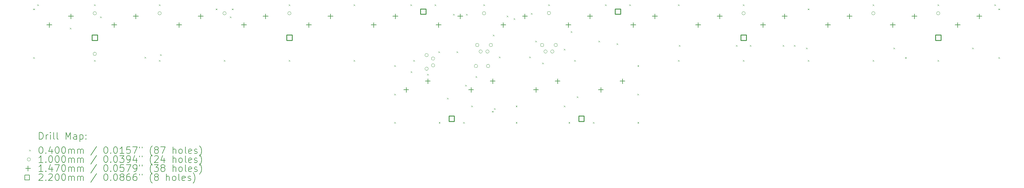
<source format=gbr>
%TF.GenerationSoftware,KiCad,Pcbnew,(6.0.10-0)*%
%TF.CreationDate,2023-02-16T10:13:10+09:00*%
%TF.ProjectId,Sandy_Top,53616e64-795f-4546-9f70-2e6b69636164,v.0*%
%TF.SameCoordinates,Original*%
%TF.FileFunction,Drillmap*%
%TF.FilePolarity,Positive*%
%FSLAX45Y45*%
G04 Gerber Fmt 4.5, Leading zero omitted, Abs format (unit mm)*
G04 Created by KiCad (PCBNEW (6.0.10-0)) date 2023-02-16 10:13:10*
%MOMM*%
%LPD*%
G01*
G04 APERTURE LIST*
%ADD10C,0.200000*%
%ADD11C,0.040000*%
%ADD12C,0.100000*%
%ADD13C,0.147000*%
%ADD14C,0.220000*%
G04 APERTURE END LIST*
D10*
D11*
X1609593Y-1965965D02*
X1649593Y-2005965D01*
X1649593Y-1965965D02*
X1609593Y-2005965D01*
X1609593Y-3394715D02*
X1649593Y-3434715D01*
X1649593Y-3394715D02*
X1609593Y-3434715D01*
X1728656Y-1846903D02*
X1768656Y-1886903D01*
X1768656Y-1846903D02*
X1728656Y-1886903D01*
X2684331Y-2531116D02*
X2724331Y-2571116D01*
X2724331Y-2531116D02*
X2684331Y-2571116D01*
X3395531Y-1846903D02*
X3435531Y-1886903D01*
X3435531Y-1846903D02*
X3395531Y-1886903D01*
X3395531Y-3480440D02*
X3435531Y-3520440D01*
X3435531Y-3480440D02*
X3395531Y-3520440D01*
X3573331Y-2200916D02*
X3613331Y-2240916D01*
X3613331Y-2200916D02*
X3573331Y-2240916D01*
X4875839Y-3385948D02*
X4915839Y-3425948D01*
X4915839Y-3385948D02*
X4875839Y-3425948D01*
X5300531Y-1846903D02*
X5340531Y-1886903D01*
X5340531Y-1846903D02*
X5300531Y-1886903D01*
X5300531Y-3480440D02*
X5340531Y-3520440D01*
X5340531Y-3480440D02*
X5300531Y-3520440D01*
X5332406Y-3307528D02*
X5372406Y-3347528D01*
X5372406Y-3307528D02*
X5332406Y-3347528D01*
X6967406Y-1965965D02*
X7007406Y-2005965D01*
X7007406Y-1965965D02*
X6967406Y-2005965D01*
X7205531Y-3480440D02*
X7245531Y-3520440D01*
X7245531Y-3480440D02*
X7205531Y-3520440D01*
X7383331Y-2200916D02*
X7423331Y-2240916D01*
X7423331Y-2200916D02*
X7383331Y-2240916D01*
X7443656Y-1965965D02*
X7483656Y-2005965D01*
X7483656Y-1965965D02*
X7443656Y-2005965D01*
X9110531Y-1846903D02*
X9150531Y-1886903D01*
X9150531Y-1846903D02*
X9110531Y-1886903D01*
X9110531Y-3480440D02*
X9150531Y-3520440D01*
X9150531Y-3480440D02*
X9110531Y-3520440D01*
X11015531Y-1846903D02*
X11055531Y-1886903D01*
X11055531Y-1846903D02*
X11015531Y-1886903D01*
X11015531Y-3480440D02*
X11055531Y-3520440D01*
X11055531Y-3480440D02*
X11015531Y-3520440D01*
X12206156Y-3632840D02*
X12246156Y-3672840D01*
X12246156Y-3632840D02*
X12206156Y-3672840D01*
X12206156Y-5299716D02*
X12246156Y-5339716D01*
X12246156Y-5299716D02*
X12206156Y-5339716D01*
X12209331Y-4471041D02*
X12249331Y-4511041D01*
X12249331Y-4471041D02*
X12209331Y-4511041D01*
X12682406Y-1846903D02*
X12722406Y-1886903D01*
X12722406Y-1846903D02*
X12682406Y-1886903D01*
X12691931Y-3810640D02*
X12731931Y-3850640D01*
X12731931Y-3810640D02*
X12691931Y-3850640D01*
X12768131Y-3480440D02*
X12808131Y-3520440D01*
X12808131Y-3480440D02*
X12768131Y-3520440D01*
X13174531Y-3886840D02*
X13214531Y-3926840D01*
X13214531Y-3886840D02*
X13174531Y-3926840D01*
X13396781Y-1846903D02*
X13436781Y-1886903D01*
X13436781Y-1846903D02*
X13396781Y-1886903D01*
X13504731Y-3226440D02*
X13544731Y-3266440D01*
X13544731Y-3226440D02*
X13504731Y-3266440D01*
X13515843Y-5299716D02*
X13555843Y-5339716D01*
X13555843Y-5299716D02*
X13515843Y-5339716D01*
X13758731Y-4588516D02*
X13798731Y-4628516D01*
X13798731Y-4588516D02*
X13758731Y-4628516D01*
X13936531Y-2124716D02*
X13976531Y-2164716D01*
X13976531Y-2124716D02*
X13936531Y-2164716D01*
X14038131Y-3226440D02*
X14078131Y-3266440D01*
X14078131Y-3226440D02*
X14038131Y-3266440D01*
X14230218Y-5299716D02*
X14270218Y-5339716D01*
X14270218Y-5299716D02*
X14230218Y-5339716D01*
X14292131Y-4207516D02*
X14332131Y-4247516D01*
X14332131Y-4207516D02*
X14292131Y-4247516D01*
X14317531Y-2124716D02*
X14357531Y-2164716D01*
X14357531Y-2124716D02*
X14317531Y-2164716D01*
X14469931Y-4817116D02*
X14509931Y-4857116D01*
X14509931Y-4817116D02*
X14469931Y-4857116D01*
X14596931Y-3953515D02*
X14636931Y-3993515D01*
X14636931Y-3953515D02*
X14596931Y-3993515D01*
X14825531Y-1846903D02*
X14865531Y-1886903D01*
X14865531Y-1846903D02*
X14825531Y-1886903D01*
X15076356Y-4972691D02*
X15116356Y-5012691D01*
X15116356Y-4972691D02*
X15076356Y-5012691D01*
X15104931Y-2734316D02*
X15144931Y-2774316D01*
X15144931Y-2734316D02*
X15104931Y-2774316D01*
X15139326Y-4893229D02*
X15179326Y-4933229D01*
X15179326Y-4893229D02*
X15139326Y-4933229D01*
X15282731Y-3378840D02*
X15322731Y-3418840D01*
X15322731Y-3378840D02*
X15282731Y-3418840D01*
X15511331Y-2175516D02*
X15551331Y-2215516D01*
X15551331Y-2175516D02*
X15511331Y-2215516D01*
X15714531Y-2251716D02*
X15754531Y-2291716D01*
X15754531Y-2251716D02*
X15714531Y-2291716D01*
X15778031Y-4817116D02*
X15818031Y-4857116D01*
X15818031Y-4817116D02*
X15778031Y-4857116D01*
X15778031Y-5299716D02*
X15818031Y-5339716D01*
X15818031Y-5299716D02*
X15778031Y-5339716D01*
X16171731Y-3378840D02*
X16211731Y-3418840D01*
X16211731Y-3378840D02*
X16171731Y-3418840D01*
X16222531Y-2099316D02*
X16262531Y-2139316D01*
X16262531Y-2099316D02*
X16222531Y-2139316D01*
X16349531Y-2912115D02*
X16389531Y-2952115D01*
X16389531Y-2912115D02*
X16349531Y-2952115D01*
X16552731Y-3556640D02*
X16592731Y-3596640D01*
X16592731Y-3556640D02*
X16552731Y-3596640D01*
X16730531Y-1846903D02*
X16770531Y-1886903D01*
X16770531Y-1846903D02*
X16730531Y-1886903D01*
X17187731Y-3150240D02*
X17227731Y-3190240D01*
X17227731Y-3150240D02*
X17187731Y-3190240D01*
X17187731Y-4817116D02*
X17227731Y-4857116D01*
X17227731Y-4817116D02*
X17187731Y-4857116D01*
X17325844Y-5299716D02*
X17365844Y-5339716D01*
X17365844Y-5299716D02*
X17325844Y-5339716D01*
X17390931Y-2632716D02*
X17430931Y-2672716D01*
X17430931Y-2632716D02*
X17390931Y-2672716D01*
X17492531Y-3480440D02*
X17532531Y-3520440D01*
X17532531Y-3480440D02*
X17492531Y-3520440D01*
X17568731Y-4547241D02*
X17608731Y-4587241D01*
X17608731Y-4547241D02*
X17568731Y-4587241D01*
X18040219Y-5299716D02*
X18080219Y-5339716D01*
X18080219Y-5299716D02*
X18040219Y-5339716D01*
X18203731Y-2912115D02*
X18243731Y-2952115D01*
X18243731Y-2912115D02*
X18203731Y-2952115D01*
X18397406Y-1846903D02*
X18437406Y-1886903D01*
X18437406Y-1846903D02*
X18397406Y-1886903D01*
X18737131Y-2988315D02*
X18777131Y-3028315D01*
X18777131Y-2988315D02*
X18737131Y-3028315D01*
X19111781Y-1846903D02*
X19151781Y-1886903D01*
X19151781Y-1846903D02*
X19111781Y-1886903D01*
X19346731Y-4471041D02*
X19386731Y-4511041D01*
X19386731Y-4471041D02*
X19346731Y-4511041D01*
X19349906Y-3632840D02*
X19389906Y-3672840D01*
X19389906Y-3632840D02*
X19349906Y-3672840D01*
X19349906Y-5299716D02*
X19389906Y-5339716D01*
X19389906Y-5299716D02*
X19349906Y-5339716D01*
X20540531Y-1846903D02*
X20580531Y-1886903D01*
X20580531Y-1846903D02*
X20540531Y-1886903D01*
X20540531Y-3480440D02*
X20580531Y-3520440D01*
X20580531Y-3480440D02*
X20540531Y-3520440D01*
X20565931Y-3039115D02*
X20605931Y-3079115D01*
X20605931Y-3039115D02*
X20565931Y-3079115D01*
X22242331Y-3039115D02*
X22282331Y-3079115D01*
X22282331Y-3039115D02*
X22242331Y-3079115D01*
X22445531Y-1846903D02*
X22485531Y-1886903D01*
X22485531Y-1846903D02*
X22445531Y-1886903D01*
X22445531Y-3480440D02*
X22485531Y-3520440D01*
X22485531Y-3480440D02*
X22445531Y-3520440D01*
X22648731Y-3039115D02*
X22688731Y-3079115D01*
X22688731Y-3039115D02*
X22648731Y-3079115D01*
X23613931Y-3039115D02*
X23653931Y-3079115D01*
X23653931Y-3039115D02*
X23613931Y-3079115D01*
X23944131Y-3039115D02*
X23984131Y-3079115D01*
X23984131Y-3039115D02*
X23944131Y-3079115D01*
X24299731Y-3115315D02*
X24339731Y-3155315D01*
X24339731Y-3115315D02*
X24299731Y-3155315D01*
X24350531Y-1965965D02*
X24390531Y-2005965D01*
X24390531Y-1965965D02*
X24350531Y-2005965D01*
X24350531Y-3480440D02*
X24390531Y-3520440D01*
X24390531Y-3480440D02*
X24350531Y-3520440D01*
X26255531Y-1846903D02*
X26295531Y-1886903D01*
X26295531Y-1846903D02*
X26255531Y-1886903D01*
X26255531Y-3480440D02*
X26295531Y-3520440D01*
X26295531Y-3480440D02*
X26255531Y-3520440D01*
X26865131Y-3115315D02*
X26905131Y-3155315D01*
X26905131Y-3115315D02*
X26865131Y-3155315D01*
X27208031Y-3391540D02*
X27248031Y-3431540D01*
X27248031Y-3391540D02*
X27208031Y-3431540D01*
X28160531Y-1846903D02*
X28200531Y-1886903D01*
X28200531Y-1846903D02*
X28160531Y-1886903D01*
X28160531Y-3480440D02*
X28200531Y-3520440D01*
X28200531Y-3480440D02*
X28160531Y-3520440D01*
X29176531Y-3115315D02*
X29216531Y-3155315D01*
X29216531Y-3115315D02*
X29176531Y-3155315D01*
X29827406Y-1846903D02*
X29867406Y-1886903D01*
X29867406Y-1846903D02*
X29827406Y-1886903D01*
X29946468Y-1965965D02*
X29986468Y-2005965D01*
X29986468Y-1965965D02*
X29946468Y-2005965D01*
X29946468Y-3394715D02*
X29986468Y-3434715D01*
X29986468Y-3394715D02*
X29946468Y-3434715D01*
D12*
X3465531Y-2105966D02*
G75*
G03*
X3465531Y-2105966I-50000J0D01*
G01*
X3465531Y-3295653D02*
G75*
G03*
X3465531Y-3295653I-50000J0D01*
G01*
X5370531Y-2105028D02*
G75*
G03*
X5370531Y-2105028I-50000J0D01*
G01*
X7275531Y-2105966D02*
G75*
G03*
X7275531Y-2105966I-50000J0D01*
G01*
X9180531Y-2105966D02*
G75*
G03*
X9180531Y-2105966I-50000J0D01*
G01*
X13208656Y-3333778D02*
G75*
G03*
X13208656Y-3333778I-50000J0D01*
G01*
X13208656Y-3733778D02*
G75*
G03*
X13208656Y-3733778I-50000J0D01*
G01*
X13398656Y-3433778D02*
G75*
G03*
X13398656Y-3433778I-50000J0D01*
G01*
X13398656Y-3633778D02*
G75*
G03*
X13398656Y-3633778I-50000J0D01*
G01*
X14657406Y-3652840D02*
G75*
G03*
X14657406Y-3652840I-50000J0D01*
G01*
X14695531Y-3037528D02*
G75*
G03*
X14695531Y-3037528I-50000J0D01*
G01*
X14795531Y-3227528D02*
G75*
G03*
X14795531Y-3227528I-50000J0D01*
G01*
X14895531Y-2105966D02*
G75*
G03*
X14895531Y-2105966I-50000J0D01*
G01*
X14995531Y-3227528D02*
G75*
G03*
X14995531Y-3227528I-50000J0D01*
G01*
X15014593Y-3652840D02*
G75*
G03*
X15014593Y-3652840I-50000J0D01*
G01*
X15095531Y-3037528D02*
G75*
G03*
X15095531Y-3037528I-50000J0D01*
G01*
X16600531Y-3037528D02*
G75*
G03*
X16600531Y-3037528I-50000J0D01*
G01*
X16700531Y-3227528D02*
G75*
G03*
X16700531Y-3227528I-50000J0D01*
G01*
X16800531Y-2100341D02*
G75*
G03*
X16800531Y-2100341I-50000J0D01*
G01*
X16900531Y-3227528D02*
G75*
G03*
X16900531Y-3227528I-50000J0D01*
G01*
X17000531Y-3037528D02*
G75*
G03*
X17000531Y-3037528I-50000J0D01*
G01*
X22515531Y-2105028D02*
G75*
G03*
X22515531Y-2105028I-50000J0D01*
G01*
X26325531Y-2105028D02*
G75*
G03*
X26325531Y-2105028I-50000J0D01*
G01*
X28230531Y-2105966D02*
G75*
G03*
X28230531Y-2105966I-50000J0D01*
G01*
D13*
X2082031Y-2372841D02*
X2082031Y-2519841D01*
X2008531Y-2446341D02*
X2155531Y-2446341D01*
X2717031Y-2118841D02*
X2717031Y-2265841D01*
X2643531Y-2192341D02*
X2790531Y-2192341D01*
X3987031Y-2372841D02*
X3987031Y-2519841D01*
X3913531Y-2446341D02*
X4060531Y-2446341D01*
X4622031Y-2118841D02*
X4622031Y-2265841D01*
X4548531Y-2192341D02*
X4695531Y-2192341D01*
X5892031Y-2372841D02*
X5892031Y-2519841D01*
X5818531Y-2446341D02*
X5965531Y-2446341D01*
X6527031Y-2118841D02*
X6527031Y-2265841D01*
X6453531Y-2192341D02*
X6600531Y-2192341D01*
X7797031Y-2372841D02*
X7797031Y-2519841D01*
X7723531Y-2446341D02*
X7870531Y-2446341D01*
X8432031Y-2118841D02*
X8432031Y-2265841D01*
X8358531Y-2192341D02*
X8505531Y-2192341D01*
X9702031Y-2372841D02*
X9702031Y-2519841D01*
X9628531Y-2446341D02*
X9775531Y-2446341D01*
X10337031Y-2118841D02*
X10337031Y-2265841D01*
X10263531Y-2192341D02*
X10410531Y-2192341D01*
X11607031Y-2372841D02*
X11607031Y-2519841D01*
X11533531Y-2446341D02*
X11680531Y-2446341D01*
X12242031Y-2118841D02*
X12242031Y-2265841D01*
X12168531Y-2192341D02*
X12315531Y-2192341D01*
X12559531Y-4277841D02*
X12559531Y-4424841D01*
X12486031Y-4351341D02*
X12633031Y-4351341D01*
X13194531Y-4023840D02*
X13194531Y-4170840D01*
X13121031Y-4097340D02*
X13268031Y-4097340D01*
X13512031Y-2372841D02*
X13512031Y-2519841D01*
X13438531Y-2446341D02*
X13585531Y-2446341D01*
X14147031Y-2118841D02*
X14147031Y-2265841D01*
X14073531Y-2192341D02*
X14220531Y-2192341D01*
X14464531Y-4277841D02*
X14464531Y-4424841D01*
X14391031Y-4351341D02*
X14538031Y-4351341D01*
X15099531Y-4023840D02*
X15099531Y-4170840D01*
X15026031Y-4097340D02*
X15173031Y-4097340D01*
X15409843Y-2372841D02*
X15409843Y-2519841D01*
X15336343Y-2446341D02*
X15483343Y-2446341D01*
X16044843Y-2118841D02*
X16044843Y-2265841D01*
X15971343Y-2192341D02*
X16118343Y-2192341D01*
X16369531Y-4277841D02*
X16369531Y-4424841D01*
X16296031Y-4351341D02*
X16443031Y-4351341D01*
X17004531Y-4023840D02*
X17004531Y-4170840D01*
X16931031Y-4097340D02*
X17078031Y-4097340D01*
X17322031Y-2372841D02*
X17322031Y-2519841D01*
X17248531Y-2446341D02*
X17395531Y-2446341D01*
X17957031Y-2118841D02*
X17957031Y-2265841D01*
X17883531Y-2192341D02*
X18030531Y-2192341D01*
X18274531Y-4277841D02*
X18274531Y-4424841D01*
X18201031Y-4351341D02*
X18348031Y-4351341D01*
X18909531Y-4023840D02*
X18909531Y-4170840D01*
X18836031Y-4097340D02*
X18983031Y-4097340D01*
X19227031Y-2372841D02*
X19227031Y-2519841D01*
X19153531Y-2446341D02*
X19300531Y-2446341D01*
X19862031Y-2118841D02*
X19862031Y-2265841D01*
X19788531Y-2192341D02*
X19935531Y-2192341D01*
X21132031Y-2372841D02*
X21132031Y-2519841D01*
X21058531Y-2446341D02*
X21205531Y-2446341D01*
X21767031Y-2118841D02*
X21767031Y-2265841D01*
X21693531Y-2192341D02*
X21840531Y-2192341D01*
X23037031Y-2372841D02*
X23037031Y-2519841D01*
X22963531Y-2446341D02*
X23110531Y-2446341D01*
X23672031Y-2118841D02*
X23672031Y-2265841D01*
X23598531Y-2192341D02*
X23745531Y-2192341D01*
X24942031Y-2372841D02*
X24942031Y-2519841D01*
X24868531Y-2446341D02*
X25015531Y-2446341D01*
X25577031Y-2118841D02*
X25577031Y-2265841D01*
X25503531Y-2192341D02*
X25650531Y-2192341D01*
X26847031Y-2372841D02*
X26847031Y-2519841D01*
X26773531Y-2446341D02*
X26920531Y-2446341D01*
X27482031Y-2118841D02*
X27482031Y-2265841D01*
X27408531Y-2192341D02*
X27555531Y-2192341D01*
X28752031Y-2372841D02*
X28752031Y-2519841D01*
X28678531Y-2446341D02*
X28825531Y-2446341D01*
X29387031Y-2118841D02*
X29387031Y-2265841D01*
X29313531Y-2192341D02*
X29460531Y-2192341D01*
D14*
X3493313Y-2897185D02*
X3493313Y-2741621D01*
X3337748Y-2741621D01*
X3337748Y-2897185D01*
X3493313Y-2897185D01*
X9208314Y-2897185D02*
X9208314Y-2741621D01*
X9052749Y-2741621D01*
X9052749Y-2897185D01*
X9208314Y-2897185D01*
X13137376Y-2133948D02*
X13137376Y-1978383D01*
X12981811Y-1978383D01*
X12981811Y-2133948D01*
X13137376Y-2133948D01*
X13970813Y-5278436D02*
X13970813Y-5122871D01*
X13815248Y-5122871D01*
X13815248Y-5278436D01*
X13970813Y-5278436D01*
X17780814Y-5278436D02*
X17780814Y-5122871D01*
X17625249Y-5122871D01*
X17625249Y-5278436D01*
X17780814Y-5278436D01*
X18852376Y-2133948D02*
X18852376Y-1978383D01*
X18696811Y-1978383D01*
X18696811Y-2133948D01*
X18852376Y-2133948D01*
X22543313Y-2897185D02*
X22543313Y-2741621D01*
X22387748Y-2741621D01*
X22387748Y-2897185D01*
X22543313Y-2897185D01*
X28258313Y-2897185D02*
X28258313Y-2741621D01*
X28102748Y-2741621D01*
X28102748Y-2897185D01*
X28258313Y-2897185D01*
D10*
X1788150Y-5803313D02*
X1788150Y-5603313D01*
X1835769Y-5603313D01*
X1864340Y-5612836D01*
X1883388Y-5631884D01*
X1892912Y-5650932D01*
X1902436Y-5689027D01*
X1902436Y-5717598D01*
X1892912Y-5755694D01*
X1883388Y-5774741D01*
X1864340Y-5793789D01*
X1835769Y-5803313D01*
X1788150Y-5803313D01*
X1988150Y-5803313D02*
X1988150Y-5669979D01*
X1988150Y-5708074D02*
X1997674Y-5689027D01*
X2007198Y-5679503D01*
X2026245Y-5669979D01*
X2045293Y-5669979D01*
X2111960Y-5803313D02*
X2111960Y-5669979D01*
X2111960Y-5603313D02*
X2102436Y-5612836D01*
X2111960Y-5622360D01*
X2121483Y-5612836D01*
X2111960Y-5603313D01*
X2111960Y-5622360D01*
X2235769Y-5803313D02*
X2216721Y-5793789D01*
X2207198Y-5774741D01*
X2207198Y-5603313D01*
X2340531Y-5803313D02*
X2321483Y-5793789D01*
X2311960Y-5774741D01*
X2311960Y-5603313D01*
X2569102Y-5803313D02*
X2569102Y-5603313D01*
X2635769Y-5746170D01*
X2702436Y-5603313D01*
X2702436Y-5803313D01*
X2883388Y-5803313D02*
X2883388Y-5698551D01*
X2873864Y-5679503D01*
X2854817Y-5669979D01*
X2816721Y-5669979D01*
X2797674Y-5679503D01*
X2883388Y-5793789D02*
X2864340Y-5803313D01*
X2816721Y-5803313D01*
X2797674Y-5793789D01*
X2788150Y-5774741D01*
X2788150Y-5755694D01*
X2797674Y-5736646D01*
X2816721Y-5727122D01*
X2864340Y-5727122D01*
X2883388Y-5717598D01*
X2978626Y-5669979D02*
X2978626Y-5869979D01*
X2978626Y-5679503D02*
X2997674Y-5669979D01*
X3035769Y-5669979D01*
X3054817Y-5679503D01*
X3064340Y-5689027D01*
X3073864Y-5708074D01*
X3073864Y-5765217D01*
X3064340Y-5784265D01*
X3054817Y-5793789D01*
X3035769Y-5803313D01*
X2997674Y-5803313D01*
X2978626Y-5793789D01*
X3159579Y-5784265D02*
X3169102Y-5793789D01*
X3159579Y-5803313D01*
X3150055Y-5793789D01*
X3159579Y-5784265D01*
X3159579Y-5803313D01*
X3159579Y-5679503D02*
X3169102Y-5689027D01*
X3159579Y-5698551D01*
X3150055Y-5689027D01*
X3159579Y-5679503D01*
X3159579Y-5698551D01*
D11*
X1490531Y-6112836D02*
X1530531Y-6152836D01*
X1530531Y-6112836D02*
X1490531Y-6152836D01*
D10*
X1826245Y-6023313D02*
X1845293Y-6023313D01*
X1864340Y-6032836D01*
X1873864Y-6042360D01*
X1883388Y-6061408D01*
X1892912Y-6099503D01*
X1892912Y-6147122D01*
X1883388Y-6185217D01*
X1873864Y-6204265D01*
X1864340Y-6213789D01*
X1845293Y-6223313D01*
X1826245Y-6223313D01*
X1807198Y-6213789D01*
X1797674Y-6204265D01*
X1788150Y-6185217D01*
X1778626Y-6147122D01*
X1778626Y-6099503D01*
X1788150Y-6061408D01*
X1797674Y-6042360D01*
X1807198Y-6032836D01*
X1826245Y-6023313D01*
X1978626Y-6204265D02*
X1988150Y-6213789D01*
X1978626Y-6223313D01*
X1969102Y-6213789D01*
X1978626Y-6204265D01*
X1978626Y-6223313D01*
X2159579Y-6089979D02*
X2159579Y-6223313D01*
X2111960Y-6013789D02*
X2064340Y-6156646D01*
X2188150Y-6156646D01*
X2302436Y-6023313D02*
X2321483Y-6023313D01*
X2340531Y-6032836D01*
X2350055Y-6042360D01*
X2359579Y-6061408D01*
X2369102Y-6099503D01*
X2369102Y-6147122D01*
X2359579Y-6185217D01*
X2350055Y-6204265D01*
X2340531Y-6213789D01*
X2321483Y-6223313D01*
X2302436Y-6223313D01*
X2283388Y-6213789D01*
X2273864Y-6204265D01*
X2264341Y-6185217D01*
X2254817Y-6147122D01*
X2254817Y-6099503D01*
X2264341Y-6061408D01*
X2273864Y-6042360D01*
X2283388Y-6032836D01*
X2302436Y-6023313D01*
X2492912Y-6023313D02*
X2511960Y-6023313D01*
X2531007Y-6032836D01*
X2540531Y-6042360D01*
X2550055Y-6061408D01*
X2559579Y-6099503D01*
X2559579Y-6147122D01*
X2550055Y-6185217D01*
X2540531Y-6204265D01*
X2531007Y-6213789D01*
X2511960Y-6223313D01*
X2492912Y-6223313D01*
X2473864Y-6213789D01*
X2464341Y-6204265D01*
X2454817Y-6185217D01*
X2445293Y-6147122D01*
X2445293Y-6099503D01*
X2454817Y-6061408D01*
X2464341Y-6042360D01*
X2473864Y-6032836D01*
X2492912Y-6023313D01*
X2645293Y-6223313D02*
X2645293Y-6089979D01*
X2645293Y-6109027D02*
X2654817Y-6099503D01*
X2673864Y-6089979D01*
X2702436Y-6089979D01*
X2721483Y-6099503D01*
X2731007Y-6118551D01*
X2731007Y-6223313D01*
X2731007Y-6118551D02*
X2740531Y-6099503D01*
X2759579Y-6089979D01*
X2788150Y-6089979D01*
X2807198Y-6099503D01*
X2816721Y-6118551D01*
X2816721Y-6223313D01*
X2911959Y-6223313D02*
X2911959Y-6089979D01*
X2911959Y-6109027D02*
X2921483Y-6099503D01*
X2940531Y-6089979D01*
X2969102Y-6089979D01*
X2988150Y-6099503D01*
X2997674Y-6118551D01*
X2997674Y-6223313D01*
X2997674Y-6118551D02*
X3007198Y-6099503D01*
X3026245Y-6089979D01*
X3054817Y-6089979D01*
X3073864Y-6099503D01*
X3083388Y-6118551D01*
X3083388Y-6223313D01*
X3473864Y-6013789D02*
X3302436Y-6270932D01*
X3731007Y-6023313D02*
X3750055Y-6023313D01*
X3769102Y-6032836D01*
X3778626Y-6042360D01*
X3788150Y-6061408D01*
X3797674Y-6099503D01*
X3797674Y-6147122D01*
X3788150Y-6185217D01*
X3778626Y-6204265D01*
X3769102Y-6213789D01*
X3750055Y-6223313D01*
X3731007Y-6223313D01*
X3711959Y-6213789D01*
X3702436Y-6204265D01*
X3692912Y-6185217D01*
X3683388Y-6147122D01*
X3683388Y-6099503D01*
X3692912Y-6061408D01*
X3702436Y-6042360D01*
X3711959Y-6032836D01*
X3731007Y-6023313D01*
X3883388Y-6204265D02*
X3892912Y-6213789D01*
X3883388Y-6223313D01*
X3873864Y-6213789D01*
X3883388Y-6204265D01*
X3883388Y-6223313D01*
X4016721Y-6023313D02*
X4035769Y-6023313D01*
X4054817Y-6032836D01*
X4064340Y-6042360D01*
X4073864Y-6061408D01*
X4083388Y-6099503D01*
X4083388Y-6147122D01*
X4073864Y-6185217D01*
X4064340Y-6204265D01*
X4054817Y-6213789D01*
X4035769Y-6223313D01*
X4016721Y-6223313D01*
X3997674Y-6213789D01*
X3988150Y-6204265D01*
X3978626Y-6185217D01*
X3969102Y-6147122D01*
X3969102Y-6099503D01*
X3978626Y-6061408D01*
X3988150Y-6042360D01*
X3997674Y-6032836D01*
X4016721Y-6023313D01*
X4273864Y-6223313D02*
X4159579Y-6223313D01*
X4216721Y-6223313D02*
X4216721Y-6023313D01*
X4197674Y-6051884D01*
X4178626Y-6070932D01*
X4159579Y-6080455D01*
X4454817Y-6023313D02*
X4359579Y-6023313D01*
X4350055Y-6118551D01*
X4359579Y-6109027D01*
X4378626Y-6099503D01*
X4426245Y-6099503D01*
X4445293Y-6109027D01*
X4454817Y-6118551D01*
X4464341Y-6137598D01*
X4464341Y-6185217D01*
X4454817Y-6204265D01*
X4445293Y-6213789D01*
X4426245Y-6223313D01*
X4378626Y-6223313D01*
X4359579Y-6213789D01*
X4350055Y-6204265D01*
X4531007Y-6023313D02*
X4664341Y-6023313D01*
X4578626Y-6223313D01*
X4731007Y-6023313D02*
X4731007Y-6061408D01*
X4807198Y-6023313D02*
X4807198Y-6061408D01*
X5102436Y-6299503D02*
X5092912Y-6289979D01*
X5073864Y-6261408D01*
X5064341Y-6242360D01*
X5054817Y-6213789D01*
X5045293Y-6166170D01*
X5045293Y-6128074D01*
X5054817Y-6080455D01*
X5064341Y-6051884D01*
X5073864Y-6032836D01*
X5092912Y-6004265D01*
X5102436Y-5994741D01*
X5207198Y-6109027D02*
X5188150Y-6099503D01*
X5178626Y-6089979D01*
X5169102Y-6070932D01*
X5169102Y-6061408D01*
X5178626Y-6042360D01*
X5188150Y-6032836D01*
X5207198Y-6023313D01*
X5245293Y-6023313D01*
X5264341Y-6032836D01*
X5273864Y-6042360D01*
X5283388Y-6061408D01*
X5283388Y-6070932D01*
X5273864Y-6089979D01*
X5264341Y-6099503D01*
X5245293Y-6109027D01*
X5207198Y-6109027D01*
X5188150Y-6118551D01*
X5178626Y-6128074D01*
X5169102Y-6147122D01*
X5169102Y-6185217D01*
X5178626Y-6204265D01*
X5188150Y-6213789D01*
X5207198Y-6223313D01*
X5245293Y-6223313D01*
X5264341Y-6213789D01*
X5273864Y-6204265D01*
X5283388Y-6185217D01*
X5283388Y-6147122D01*
X5273864Y-6128074D01*
X5264341Y-6118551D01*
X5245293Y-6109027D01*
X5350055Y-6023313D02*
X5483388Y-6023313D01*
X5397674Y-6223313D01*
X5711959Y-6223313D02*
X5711959Y-6023313D01*
X5797674Y-6223313D02*
X5797674Y-6118551D01*
X5788150Y-6099503D01*
X5769102Y-6089979D01*
X5740531Y-6089979D01*
X5721483Y-6099503D01*
X5711959Y-6109027D01*
X5921483Y-6223313D02*
X5902436Y-6213789D01*
X5892912Y-6204265D01*
X5883388Y-6185217D01*
X5883388Y-6128074D01*
X5892912Y-6109027D01*
X5902436Y-6099503D01*
X5921483Y-6089979D01*
X5950055Y-6089979D01*
X5969102Y-6099503D01*
X5978626Y-6109027D01*
X5988150Y-6128074D01*
X5988150Y-6185217D01*
X5978626Y-6204265D01*
X5969102Y-6213789D01*
X5950055Y-6223313D01*
X5921483Y-6223313D01*
X6102436Y-6223313D02*
X6083388Y-6213789D01*
X6073864Y-6194741D01*
X6073864Y-6023313D01*
X6254817Y-6213789D02*
X6235769Y-6223313D01*
X6197674Y-6223313D01*
X6178626Y-6213789D01*
X6169102Y-6194741D01*
X6169102Y-6118551D01*
X6178626Y-6099503D01*
X6197674Y-6089979D01*
X6235769Y-6089979D01*
X6254817Y-6099503D01*
X6264340Y-6118551D01*
X6264340Y-6137598D01*
X6169102Y-6156646D01*
X6340531Y-6213789D02*
X6359579Y-6223313D01*
X6397674Y-6223313D01*
X6416721Y-6213789D01*
X6426245Y-6194741D01*
X6426245Y-6185217D01*
X6416721Y-6166170D01*
X6397674Y-6156646D01*
X6369102Y-6156646D01*
X6350055Y-6147122D01*
X6340531Y-6128074D01*
X6340531Y-6118551D01*
X6350055Y-6099503D01*
X6369102Y-6089979D01*
X6397674Y-6089979D01*
X6416721Y-6099503D01*
X6492912Y-6299503D02*
X6502436Y-6289979D01*
X6521483Y-6261408D01*
X6531007Y-6242360D01*
X6540531Y-6213789D01*
X6550055Y-6166170D01*
X6550055Y-6128074D01*
X6540531Y-6080455D01*
X6531007Y-6051884D01*
X6521483Y-6032836D01*
X6502436Y-6004265D01*
X6492912Y-5994741D01*
D12*
X1530531Y-6396836D02*
G75*
G03*
X1530531Y-6396836I-50000J0D01*
G01*
D10*
X1892912Y-6487313D02*
X1778626Y-6487313D01*
X1835769Y-6487313D02*
X1835769Y-6287313D01*
X1816721Y-6315884D01*
X1797674Y-6334932D01*
X1778626Y-6344455D01*
X1978626Y-6468265D02*
X1988150Y-6477789D01*
X1978626Y-6487313D01*
X1969102Y-6477789D01*
X1978626Y-6468265D01*
X1978626Y-6487313D01*
X2111960Y-6287313D02*
X2131007Y-6287313D01*
X2150055Y-6296836D01*
X2159579Y-6306360D01*
X2169102Y-6325408D01*
X2178626Y-6363503D01*
X2178626Y-6411122D01*
X2169102Y-6449217D01*
X2159579Y-6468265D01*
X2150055Y-6477789D01*
X2131007Y-6487313D01*
X2111960Y-6487313D01*
X2092912Y-6477789D01*
X2083388Y-6468265D01*
X2073864Y-6449217D01*
X2064340Y-6411122D01*
X2064340Y-6363503D01*
X2073864Y-6325408D01*
X2083388Y-6306360D01*
X2092912Y-6296836D01*
X2111960Y-6287313D01*
X2302436Y-6287313D02*
X2321483Y-6287313D01*
X2340531Y-6296836D01*
X2350055Y-6306360D01*
X2359579Y-6325408D01*
X2369102Y-6363503D01*
X2369102Y-6411122D01*
X2359579Y-6449217D01*
X2350055Y-6468265D01*
X2340531Y-6477789D01*
X2321483Y-6487313D01*
X2302436Y-6487313D01*
X2283388Y-6477789D01*
X2273864Y-6468265D01*
X2264341Y-6449217D01*
X2254817Y-6411122D01*
X2254817Y-6363503D01*
X2264341Y-6325408D01*
X2273864Y-6306360D01*
X2283388Y-6296836D01*
X2302436Y-6287313D01*
X2492912Y-6287313D02*
X2511960Y-6287313D01*
X2531007Y-6296836D01*
X2540531Y-6306360D01*
X2550055Y-6325408D01*
X2559579Y-6363503D01*
X2559579Y-6411122D01*
X2550055Y-6449217D01*
X2540531Y-6468265D01*
X2531007Y-6477789D01*
X2511960Y-6487313D01*
X2492912Y-6487313D01*
X2473864Y-6477789D01*
X2464341Y-6468265D01*
X2454817Y-6449217D01*
X2445293Y-6411122D01*
X2445293Y-6363503D01*
X2454817Y-6325408D01*
X2464341Y-6306360D01*
X2473864Y-6296836D01*
X2492912Y-6287313D01*
X2645293Y-6487313D02*
X2645293Y-6353979D01*
X2645293Y-6373027D02*
X2654817Y-6363503D01*
X2673864Y-6353979D01*
X2702436Y-6353979D01*
X2721483Y-6363503D01*
X2731007Y-6382551D01*
X2731007Y-6487313D01*
X2731007Y-6382551D02*
X2740531Y-6363503D01*
X2759579Y-6353979D01*
X2788150Y-6353979D01*
X2807198Y-6363503D01*
X2816721Y-6382551D01*
X2816721Y-6487313D01*
X2911959Y-6487313D02*
X2911959Y-6353979D01*
X2911959Y-6373027D02*
X2921483Y-6363503D01*
X2940531Y-6353979D01*
X2969102Y-6353979D01*
X2988150Y-6363503D01*
X2997674Y-6382551D01*
X2997674Y-6487313D01*
X2997674Y-6382551D02*
X3007198Y-6363503D01*
X3026245Y-6353979D01*
X3054817Y-6353979D01*
X3073864Y-6363503D01*
X3083388Y-6382551D01*
X3083388Y-6487313D01*
X3473864Y-6277789D02*
X3302436Y-6534932D01*
X3731007Y-6287313D02*
X3750055Y-6287313D01*
X3769102Y-6296836D01*
X3778626Y-6306360D01*
X3788150Y-6325408D01*
X3797674Y-6363503D01*
X3797674Y-6411122D01*
X3788150Y-6449217D01*
X3778626Y-6468265D01*
X3769102Y-6477789D01*
X3750055Y-6487313D01*
X3731007Y-6487313D01*
X3711959Y-6477789D01*
X3702436Y-6468265D01*
X3692912Y-6449217D01*
X3683388Y-6411122D01*
X3683388Y-6363503D01*
X3692912Y-6325408D01*
X3702436Y-6306360D01*
X3711959Y-6296836D01*
X3731007Y-6287313D01*
X3883388Y-6468265D02*
X3892912Y-6477789D01*
X3883388Y-6487313D01*
X3873864Y-6477789D01*
X3883388Y-6468265D01*
X3883388Y-6487313D01*
X4016721Y-6287313D02*
X4035769Y-6287313D01*
X4054817Y-6296836D01*
X4064340Y-6306360D01*
X4073864Y-6325408D01*
X4083388Y-6363503D01*
X4083388Y-6411122D01*
X4073864Y-6449217D01*
X4064340Y-6468265D01*
X4054817Y-6477789D01*
X4035769Y-6487313D01*
X4016721Y-6487313D01*
X3997674Y-6477789D01*
X3988150Y-6468265D01*
X3978626Y-6449217D01*
X3969102Y-6411122D01*
X3969102Y-6363503D01*
X3978626Y-6325408D01*
X3988150Y-6306360D01*
X3997674Y-6296836D01*
X4016721Y-6287313D01*
X4150055Y-6287313D02*
X4273864Y-6287313D01*
X4207198Y-6363503D01*
X4235769Y-6363503D01*
X4254817Y-6373027D01*
X4264341Y-6382551D01*
X4273864Y-6401598D01*
X4273864Y-6449217D01*
X4264341Y-6468265D01*
X4254817Y-6477789D01*
X4235769Y-6487313D01*
X4178626Y-6487313D01*
X4159579Y-6477789D01*
X4150055Y-6468265D01*
X4369102Y-6487313D02*
X4407198Y-6487313D01*
X4426245Y-6477789D01*
X4435769Y-6468265D01*
X4454817Y-6439694D01*
X4464341Y-6401598D01*
X4464341Y-6325408D01*
X4454817Y-6306360D01*
X4445293Y-6296836D01*
X4426245Y-6287313D01*
X4388150Y-6287313D01*
X4369102Y-6296836D01*
X4359579Y-6306360D01*
X4350055Y-6325408D01*
X4350055Y-6373027D01*
X4359579Y-6392074D01*
X4369102Y-6401598D01*
X4388150Y-6411122D01*
X4426245Y-6411122D01*
X4445293Y-6401598D01*
X4454817Y-6392074D01*
X4464341Y-6373027D01*
X4635769Y-6353979D02*
X4635769Y-6487313D01*
X4588150Y-6277789D02*
X4540531Y-6420646D01*
X4664341Y-6420646D01*
X4731007Y-6287313D02*
X4731007Y-6325408D01*
X4807198Y-6287313D02*
X4807198Y-6325408D01*
X5102436Y-6563503D02*
X5092912Y-6553979D01*
X5073864Y-6525408D01*
X5064341Y-6506360D01*
X5054817Y-6477789D01*
X5045293Y-6430170D01*
X5045293Y-6392074D01*
X5054817Y-6344455D01*
X5064341Y-6315884D01*
X5073864Y-6296836D01*
X5092912Y-6268265D01*
X5102436Y-6258741D01*
X5169102Y-6306360D02*
X5178626Y-6296836D01*
X5197674Y-6287313D01*
X5245293Y-6287313D01*
X5264341Y-6296836D01*
X5273864Y-6306360D01*
X5283388Y-6325408D01*
X5283388Y-6344455D01*
X5273864Y-6373027D01*
X5159579Y-6487313D01*
X5283388Y-6487313D01*
X5454817Y-6353979D02*
X5454817Y-6487313D01*
X5407198Y-6277789D02*
X5359579Y-6420646D01*
X5483388Y-6420646D01*
X5711959Y-6487313D02*
X5711959Y-6287313D01*
X5797674Y-6487313D02*
X5797674Y-6382551D01*
X5788150Y-6363503D01*
X5769102Y-6353979D01*
X5740531Y-6353979D01*
X5721483Y-6363503D01*
X5711959Y-6373027D01*
X5921483Y-6487313D02*
X5902436Y-6477789D01*
X5892912Y-6468265D01*
X5883388Y-6449217D01*
X5883388Y-6392074D01*
X5892912Y-6373027D01*
X5902436Y-6363503D01*
X5921483Y-6353979D01*
X5950055Y-6353979D01*
X5969102Y-6363503D01*
X5978626Y-6373027D01*
X5988150Y-6392074D01*
X5988150Y-6449217D01*
X5978626Y-6468265D01*
X5969102Y-6477789D01*
X5950055Y-6487313D01*
X5921483Y-6487313D01*
X6102436Y-6487313D02*
X6083388Y-6477789D01*
X6073864Y-6458741D01*
X6073864Y-6287313D01*
X6254817Y-6477789D02*
X6235769Y-6487313D01*
X6197674Y-6487313D01*
X6178626Y-6477789D01*
X6169102Y-6458741D01*
X6169102Y-6382551D01*
X6178626Y-6363503D01*
X6197674Y-6353979D01*
X6235769Y-6353979D01*
X6254817Y-6363503D01*
X6264340Y-6382551D01*
X6264340Y-6401598D01*
X6169102Y-6420646D01*
X6340531Y-6477789D02*
X6359579Y-6487313D01*
X6397674Y-6487313D01*
X6416721Y-6477789D01*
X6426245Y-6458741D01*
X6426245Y-6449217D01*
X6416721Y-6430170D01*
X6397674Y-6420646D01*
X6369102Y-6420646D01*
X6350055Y-6411122D01*
X6340531Y-6392074D01*
X6340531Y-6382551D01*
X6350055Y-6363503D01*
X6369102Y-6353979D01*
X6397674Y-6353979D01*
X6416721Y-6363503D01*
X6492912Y-6563503D02*
X6502436Y-6553979D01*
X6521483Y-6525408D01*
X6531007Y-6506360D01*
X6540531Y-6477789D01*
X6550055Y-6430170D01*
X6550055Y-6392074D01*
X6540531Y-6344455D01*
X6531007Y-6315884D01*
X6521483Y-6296836D01*
X6502436Y-6268265D01*
X6492912Y-6258741D01*
D13*
X1457031Y-6587336D02*
X1457031Y-6734336D01*
X1383531Y-6660836D02*
X1530531Y-6660836D01*
D10*
X1892912Y-6751313D02*
X1778626Y-6751313D01*
X1835769Y-6751313D02*
X1835769Y-6551313D01*
X1816721Y-6579884D01*
X1797674Y-6598932D01*
X1778626Y-6608455D01*
X1978626Y-6732265D02*
X1988150Y-6741789D01*
X1978626Y-6751313D01*
X1969102Y-6741789D01*
X1978626Y-6732265D01*
X1978626Y-6751313D01*
X2159579Y-6617979D02*
X2159579Y-6751313D01*
X2111960Y-6541789D02*
X2064340Y-6684646D01*
X2188150Y-6684646D01*
X2245293Y-6551313D02*
X2378626Y-6551313D01*
X2292912Y-6751313D01*
X2492912Y-6551313D02*
X2511960Y-6551313D01*
X2531007Y-6560836D01*
X2540531Y-6570360D01*
X2550055Y-6589408D01*
X2559579Y-6627503D01*
X2559579Y-6675122D01*
X2550055Y-6713217D01*
X2540531Y-6732265D01*
X2531007Y-6741789D01*
X2511960Y-6751313D01*
X2492912Y-6751313D01*
X2473864Y-6741789D01*
X2464341Y-6732265D01*
X2454817Y-6713217D01*
X2445293Y-6675122D01*
X2445293Y-6627503D01*
X2454817Y-6589408D01*
X2464341Y-6570360D01*
X2473864Y-6560836D01*
X2492912Y-6551313D01*
X2645293Y-6751313D02*
X2645293Y-6617979D01*
X2645293Y-6637027D02*
X2654817Y-6627503D01*
X2673864Y-6617979D01*
X2702436Y-6617979D01*
X2721483Y-6627503D01*
X2731007Y-6646551D01*
X2731007Y-6751313D01*
X2731007Y-6646551D02*
X2740531Y-6627503D01*
X2759579Y-6617979D01*
X2788150Y-6617979D01*
X2807198Y-6627503D01*
X2816721Y-6646551D01*
X2816721Y-6751313D01*
X2911959Y-6751313D02*
X2911959Y-6617979D01*
X2911959Y-6637027D02*
X2921483Y-6627503D01*
X2940531Y-6617979D01*
X2969102Y-6617979D01*
X2988150Y-6627503D01*
X2997674Y-6646551D01*
X2997674Y-6751313D01*
X2997674Y-6646551D02*
X3007198Y-6627503D01*
X3026245Y-6617979D01*
X3054817Y-6617979D01*
X3073864Y-6627503D01*
X3083388Y-6646551D01*
X3083388Y-6751313D01*
X3473864Y-6541789D02*
X3302436Y-6798932D01*
X3731007Y-6551313D02*
X3750055Y-6551313D01*
X3769102Y-6560836D01*
X3778626Y-6570360D01*
X3788150Y-6589408D01*
X3797674Y-6627503D01*
X3797674Y-6675122D01*
X3788150Y-6713217D01*
X3778626Y-6732265D01*
X3769102Y-6741789D01*
X3750055Y-6751313D01*
X3731007Y-6751313D01*
X3711959Y-6741789D01*
X3702436Y-6732265D01*
X3692912Y-6713217D01*
X3683388Y-6675122D01*
X3683388Y-6627503D01*
X3692912Y-6589408D01*
X3702436Y-6570360D01*
X3711959Y-6560836D01*
X3731007Y-6551313D01*
X3883388Y-6732265D02*
X3892912Y-6741789D01*
X3883388Y-6751313D01*
X3873864Y-6741789D01*
X3883388Y-6732265D01*
X3883388Y-6751313D01*
X4016721Y-6551313D02*
X4035769Y-6551313D01*
X4054817Y-6560836D01*
X4064340Y-6570360D01*
X4073864Y-6589408D01*
X4083388Y-6627503D01*
X4083388Y-6675122D01*
X4073864Y-6713217D01*
X4064340Y-6732265D01*
X4054817Y-6741789D01*
X4035769Y-6751313D01*
X4016721Y-6751313D01*
X3997674Y-6741789D01*
X3988150Y-6732265D01*
X3978626Y-6713217D01*
X3969102Y-6675122D01*
X3969102Y-6627503D01*
X3978626Y-6589408D01*
X3988150Y-6570360D01*
X3997674Y-6560836D01*
X4016721Y-6551313D01*
X4264341Y-6551313D02*
X4169102Y-6551313D01*
X4159579Y-6646551D01*
X4169102Y-6637027D01*
X4188150Y-6627503D01*
X4235769Y-6627503D01*
X4254817Y-6637027D01*
X4264341Y-6646551D01*
X4273864Y-6665598D01*
X4273864Y-6713217D01*
X4264341Y-6732265D01*
X4254817Y-6741789D01*
X4235769Y-6751313D01*
X4188150Y-6751313D01*
X4169102Y-6741789D01*
X4159579Y-6732265D01*
X4340531Y-6551313D02*
X4473864Y-6551313D01*
X4388150Y-6751313D01*
X4559579Y-6751313D02*
X4597674Y-6751313D01*
X4616721Y-6741789D01*
X4626245Y-6732265D01*
X4645293Y-6703694D01*
X4654817Y-6665598D01*
X4654817Y-6589408D01*
X4645293Y-6570360D01*
X4635769Y-6560836D01*
X4616721Y-6551313D01*
X4578626Y-6551313D01*
X4559579Y-6560836D01*
X4550055Y-6570360D01*
X4540531Y-6589408D01*
X4540531Y-6637027D01*
X4550055Y-6656074D01*
X4559579Y-6665598D01*
X4578626Y-6675122D01*
X4616721Y-6675122D01*
X4635769Y-6665598D01*
X4645293Y-6656074D01*
X4654817Y-6637027D01*
X4731007Y-6551313D02*
X4731007Y-6589408D01*
X4807198Y-6551313D02*
X4807198Y-6589408D01*
X5102436Y-6827503D02*
X5092912Y-6817979D01*
X5073864Y-6789408D01*
X5064341Y-6770360D01*
X5054817Y-6741789D01*
X5045293Y-6694170D01*
X5045293Y-6656074D01*
X5054817Y-6608455D01*
X5064341Y-6579884D01*
X5073864Y-6560836D01*
X5092912Y-6532265D01*
X5102436Y-6522741D01*
X5159579Y-6551313D02*
X5283388Y-6551313D01*
X5216721Y-6627503D01*
X5245293Y-6627503D01*
X5264341Y-6637027D01*
X5273864Y-6646551D01*
X5283388Y-6665598D01*
X5283388Y-6713217D01*
X5273864Y-6732265D01*
X5264341Y-6741789D01*
X5245293Y-6751313D01*
X5188150Y-6751313D01*
X5169102Y-6741789D01*
X5159579Y-6732265D01*
X5397674Y-6637027D02*
X5378626Y-6627503D01*
X5369102Y-6617979D01*
X5359579Y-6598932D01*
X5359579Y-6589408D01*
X5369102Y-6570360D01*
X5378626Y-6560836D01*
X5397674Y-6551313D01*
X5435769Y-6551313D01*
X5454817Y-6560836D01*
X5464341Y-6570360D01*
X5473864Y-6589408D01*
X5473864Y-6598932D01*
X5464341Y-6617979D01*
X5454817Y-6627503D01*
X5435769Y-6637027D01*
X5397674Y-6637027D01*
X5378626Y-6646551D01*
X5369102Y-6656074D01*
X5359579Y-6675122D01*
X5359579Y-6713217D01*
X5369102Y-6732265D01*
X5378626Y-6741789D01*
X5397674Y-6751313D01*
X5435769Y-6751313D01*
X5454817Y-6741789D01*
X5464341Y-6732265D01*
X5473864Y-6713217D01*
X5473864Y-6675122D01*
X5464341Y-6656074D01*
X5454817Y-6646551D01*
X5435769Y-6637027D01*
X5711959Y-6751313D02*
X5711959Y-6551313D01*
X5797674Y-6751313D02*
X5797674Y-6646551D01*
X5788150Y-6627503D01*
X5769102Y-6617979D01*
X5740531Y-6617979D01*
X5721483Y-6627503D01*
X5711959Y-6637027D01*
X5921483Y-6751313D02*
X5902436Y-6741789D01*
X5892912Y-6732265D01*
X5883388Y-6713217D01*
X5883388Y-6656074D01*
X5892912Y-6637027D01*
X5902436Y-6627503D01*
X5921483Y-6617979D01*
X5950055Y-6617979D01*
X5969102Y-6627503D01*
X5978626Y-6637027D01*
X5988150Y-6656074D01*
X5988150Y-6713217D01*
X5978626Y-6732265D01*
X5969102Y-6741789D01*
X5950055Y-6751313D01*
X5921483Y-6751313D01*
X6102436Y-6751313D02*
X6083388Y-6741789D01*
X6073864Y-6722741D01*
X6073864Y-6551313D01*
X6254817Y-6741789D02*
X6235769Y-6751313D01*
X6197674Y-6751313D01*
X6178626Y-6741789D01*
X6169102Y-6722741D01*
X6169102Y-6646551D01*
X6178626Y-6627503D01*
X6197674Y-6617979D01*
X6235769Y-6617979D01*
X6254817Y-6627503D01*
X6264340Y-6646551D01*
X6264340Y-6665598D01*
X6169102Y-6684646D01*
X6340531Y-6741789D02*
X6359579Y-6751313D01*
X6397674Y-6751313D01*
X6416721Y-6741789D01*
X6426245Y-6722741D01*
X6426245Y-6713217D01*
X6416721Y-6694170D01*
X6397674Y-6684646D01*
X6369102Y-6684646D01*
X6350055Y-6675122D01*
X6340531Y-6656074D01*
X6340531Y-6646551D01*
X6350055Y-6627503D01*
X6369102Y-6617979D01*
X6397674Y-6617979D01*
X6416721Y-6627503D01*
X6492912Y-6827503D02*
X6502436Y-6817979D01*
X6521483Y-6789408D01*
X6531007Y-6770360D01*
X6540531Y-6741789D01*
X6550055Y-6694170D01*
X6550055Y-6656074D01*
X6540531Y-6608455D01*
X6531007Y-6579884D01*
X6521483Y-6560836D01*
X6502436Y-6532265D01*
X6492912Y-6522741D01*
X1501242Y-6998548D02*
X1501242Y-6857125D01*
X1359820Y-6857125D01*
X1359820Y-6998548D01*
X1501242Y-6998548D01*
X1778626Y-6837360D02*
X1788150Y-6827836D01*
X1807198Y-6818313D01*
X1854817Y-6818313D01*
X1873864Y-6827836D01*
X1883388Y-6837360D01*
X1892912Y-6856408D01*
X1892912Y-6875455D01*
X1883388Y-6904027D01*
X1769102Y-7018313D01*
X1892912Y-7018313D01*
X1978626Y-6999265D02*
X1988150Y-7008789D01*
X1978626Y-7018313D01*
X1969102Y-7008789D01*
X1978626Y-6999265D01*
X1978626Y-7018313D01*
X2064340Y-6837360D02*
X2073864Y-6827836D01*
X2092912Y-6818313D01*
X2140531Y-6818313D01*
X2159579Y-6827836D01*
X2169102Y-6837360D01*
X2178626Y-6856408D01*
X2178626Y-6875455D01*
X2169102Y-6904027D01*
X2054817Y-7018313D01*
X2178626Y-7018313D01*
X2302436Y-6818313D02*
X2321483Y-6818313D01*
X2340531Y-6827836D01*
X2350055Y-6837360D01*
X2359579Y-6856408D01*
X2369102Y-6894503D01*
X2369102Y-6942122D01*
X2359579Y-6980217D01*
X2350055Y-6999265D01*
X2340531Y-7008789D01*
X2321483Y-7018313D01*
X2302436Y-7018313D01*
X2283388Y-7008789D01*
X2273864Y-6999265D01*
X2264341Y-6980217D01*
X2254817Y-6942122D01*
X2254817Y-6894503D01*
X2264341Y-6856408D01*
X2273864Y-6837360D01*
X2283388Y-6827836D01*
X2302436Y-6818313D01*
X2492912Y-6818313D02*
X2511960Y-6818313D01*
X2531007Y-6827836D01*
X2540531Y-6837360D01*
X2550055Y-6856408D01*
X2559579Y-6894503D01*
X2559579Y-6942122D01*
X2550055Y-6980217D01*
X2540531Y-6999265D01*
X2531007Y-7008789D01*
X2511960Y-7018313D01*
X2492912Y-7018313D01*
X2473864Y-7008789D01*
X2464341Y-6999265D01*
X2454817Y-6980217D01*
X2445293Y-6942122D01*
X2445293Y-6894503D01*
X2454817Y-6856408D01*
X2464341Y-6837360D01*
X2473864Y-6827836D01*
X2492912Y-6818313D01*
X2645293Y-7018313D02*
X2645293Y-6884979D01*
X2645293Y-6904027D02*
X2654817Y-6894503D01*
X2673864Y-6884979D01*
X2702436Y-6884979D01*
X2721483Y-6894503D01*
X2731007Y-6913551D01*
X2731007Y-7018313D01*
X2731007Y-6913551D02*
X2740531Y-6894503D01*
X2759579Y-6884979D01*
X2788150Y-6884979D01*
X2807198Y-6894503D01*
X2816721Y-6913551D01*
X2816721Y-7018313D01*
X2911959Y-7018313D02*
X2911959Y-6884979D01*
X2911959Y-6904027D02*
X2921483Y-6894503D01*
X2940531Y-6884979D01*
X2969102Y-6884979D01*
X2988150Y-6894503D01*
X2997674Y-6913551D01*
X2997674Y-7018313D01*
X2997674Y-6913551D02*
X3007198Y-6894503D01*
X3026245Y-6884979D01*
X3054817Y-6884979D01*
X3073864Y-6894503D01*
X3083388Y-6913551D01*
X3083388Y-7018313D01*
X3473864Y-6808789D02*
X3302436Y-7065932D01*
X3731007Y-6818313D02*
X3750055Y-6818313D01*
X3769102Y-6827836D01*
X3778626Y-6837360D01*
X3788150Y-6856408D01*
X3797674Y-6894503D01*
X3797674Y-6942122D01*
X3788150Y-6980217D01*
X3778626Y-6999265D01*
X3769102Y-7008789D01*
X3750055Y-7018313D01*
X3731007Y-7018313D01*
X3711959Y-7008789D01*
X3702436Y-6999265D01*
X3692912Y-6980217D01*
X3683388Y-6942122D01*
X3683388Y-6894503D01*
X3692912Y-6856408D01*
X3702436Y-6837360D01*
X3711959Y-6827836D01*
X3731007Y-6818313D01*
X3883388Y-6999265D02*
X3892912Y-7008789D01*
X3883388Y-7018313D01*
X3873864Y-7008789D01*
X3883388Y-6999265D01*
X3883388Y-7018313D01*
X4016721Y-6818313D02*
X4035769Y-6818313D01*
X4054817Y-6827836D01*
X4064340Y-6837360D01*
X4073864Y-6856408D01*
X4083388Y-6894503D01*
X4083388Y-6942122D01*
X4073864Y-6980217D01*
X4064340Y-6999265D01*
X4054817Y-7008789D01*
X4035769Y-7018313D01*
X4016721Y-7018313D01*
X3997674Y-7008789D01*
X3988150Y-6999265D01*
X3978626Y-6980217D01*
X3969102Y-6942122D01*
X3969102Y-6894503D01*
X3978626Y-6856408D01*
X3988150Y-6837360D01*
X3997674Y-6827836D01*
X4016721Y-6818313D01*
X4197674Y-6904027D02*
X4178626Y-6894503D01*
X4169102Y-6884979D01*
X4159579Y-6865932D01*
X4159579Y-6856408D01*
X4169102Y-6837360D01*
X4178626Y-6827836D01*
X4197674Y-6818313D01*
X4235769Y-6818313D01*
X4254817Y-6827836D01*
X4264341Y-6837360D01*
X4273864Y-6856408D01*
X4273864Y-6865932D01*
X4264341Y-6884979D01*
X4254817Y-6894503D01*
X4235769Y-6904027D01*
X4197674Y-6904027D01*
X4178626Y-6913551D01*
X4169102Y-6923074D01*
X4159579Y-6942122D01*
X4159579Y-6980217D01*
X4169102Y-6999265D01*
X4178626Y-7008789D01*
X4197674Y-7018313D01*
X4235769Y-7018313D01*
X4254817Y-7008789D01*
X4264341Y-6999265D01*
X4273864Y-6980217D01*
X4273864Y-6942122D01*
X4264341Y-6923074D01*
X4254817Y-6913551D01*
X4235769Y-6904027D01*
X4445293Y-6818313D02*
X4407198Y-6818313D01*
X4388150Y-6827836D01*
X4378626Y-6837360D01*
X4359579Y-6865932D01*
X4350055Y-6904027D01*
X4350055Y-6980217D01*
X4359579Y-6999265D01*
X4369102Y-7008789D01*
X4388150Y-7018313D01*
X4426245Y-7018313D01*
X4445293Y-7008789D01*
X4454817Y-6999265D01*
X4464341Y-6980217D01*
X4464341Y-6932598D01*
X4454817Y-6913551D01*
X4445293Y-6904027D01*
X4426245Y-6894503D01*
X4388150Y-6894503D01*
X4369102Y-6904027D01*
X4359579Y-6913551D01*
X4350055Y-6932598D01*
X4635769Y-6818313D02*
X4597674Y-6818313D01*
X4578626Y-6827836D01*
X4569102Y-6837360D01*
X4550055Y-6865932D01*
X4540531Y-6904027D01*
X4540531Y-6980217D01*
X4550055Y-6999265D01*
X4559579Y-7008789D01*
X4578626Y-7018313D01*
X4616721Y-7018313D01*
X4635769Y-7008789D01*
X4645293Y-6999265D01*
X4654817Y-6980217D01*
X4654817Y-6932598D01*
X4645293Y-6913551D01*
X4635769Y-6904027D01*
X4616721Y-6894503D01*
X4578626Y-6894503D01*
X4559579Y-6904027D01*
X4550055Y-6913551D01*
X4540531Y-6932598D01*
X4731007Y-6818313D02*
X4731007Y-6856408D01*
X4807198Y-6818313D02*
X4807198Y-6856408D01*
X5102436Y-7094503D02*
X5092912Y-7084979D01*
X5073864Y-7056408D01*
X5064341Y-7037360D01*
X5054817Y-7008789D01*
X5045293Y-6961170D01*
X5045293Y-6923074D01*
X5054817Y-6875455D01*
X5064341Y-6846884D01*
X5073864Y-6827836D01*
X5092912Y-6799265D01*
X5102436Y-6789741D01*
X5207198Y-6904027D02*
X5188150Y-6894503D01*
X5178626Y-6884979D01*
X5169102Y-6865932D01*
X5169102Y-6856408D01*
X5178626Y-6837360D01*
X5188150Y-6827836D01*
X5207198Y-6818313D01*
X5245293Y-6818313D01*
X5264341Y-6827836D01*
X5273864Y-6837360D01*
X5283388Y-6856408D01*
X5283388Y-6865932D01*
X5273864Y-6884979D01*
X5264341Y-6894503D01*
X5245293Y-6904027D01*
X5207198Y-6904027D01*
X5188150Y-6913551D01*
X5178626Y-6923074D01*
X5169102Y-6942122D01*
X5169102Y-6980217D01*
X5178626Y-6999265D01*
X5188150Y-7008789D01*
X5207198Y-7018313D01*
X5245293Y-7018313D01*
X5264341Y-7008789D01*
X5273864Y-6999265D01*
X5283388Y-6980217D01*
X5283388Y-6942122D01*
X5273864Y-6923074D01*
X5264341Y-6913551D01*
X5245293Y-6904027D01*
X5521483Y-7018313D02*
X5521483Y-6818313D01*
X5607198Y-7018313D02*
X5607198Y-6913551D01*
X5597674Y-6894503D01*
X5578626Y-6884979D01*
X5550055Y-6884979D01*
X5531007Y-6894503D01*
X5521483Y-6904027D01*
X5731007Y-7018313D02*
X5711959Y-7008789D01*
X5702436Y-6999265D01*
X5692912Y-6980217D01*
X5692912Y-6923074D01*
X5702436Y-6904027D01*
X5711959Y-6894503D01*
X5731007Y-6884979D01*
X5759579Y-6884979D01*
X5778626Y-6894503D01*
X5788150Y-6904027D01*
X5797674Y-6923074D01*
X5797674Y-6980217D01*
X5788150Y-6999265D01*
X5778626Y-7008789D01*
X5759579Y-7018313D01*
X5731007Y-7018313D01*
X5911959Y-7018313D02*
X5892912Y-7008789D01*
X5883388Y-6989741D01*
X5883388Y-6818313D01*
X6064340Y-7008789D02*
X6045293Y-7018313D01*
X6007198Y-7018313D01*
X5988150Y-7008789D01*
X5978626Y-6989741D01*
X5978626Y-6913551D01*
X5988150Y-6894503D01*
X6007198Y-6884979D01*
X6045293Y-6884979D01*
X6064340Y-6894503D01*
X6073864Y-6913551D01*
X6073864Y-6932598D01*
X5978626Y-6951646D01*
X6150055Y-7008789D02*
X6169102Y-7018313D01*
X6207198Y-7018313D01*
X6226245Y-7008789D01*
X6235769Y-6989741D01*
X6235769Y-6980217D01*
X6226245Y-6961170D01*
X6207198Y-6951646D01*
X6178626Y-6951646D01*
X6159579Y-6942122D01*
X6150055Y-6923074D01*
X6150055Y-6913551D01*
X6159579Y-6894503D01*
X6178626Y-6884979D01*
X6207198Y-6884979D01*
X6226245Y-6894503D01*
X6302436Y-7094503D02*
X6311959Y-7084979D01*
X6331007Y-7056408D01*
X6340531Y-7037360D01*
X6350055Y-7008789D01*
X6359579Y-6961170D01*
X6359579Y-6923074D01*
X6350055Y-6875455D01*
X6340531Y-6846884D01*
X6331007Y-6827836D01*
X6311959Y-6799265D01*
X6302436Y-6789741D01*
M02*

</source>
